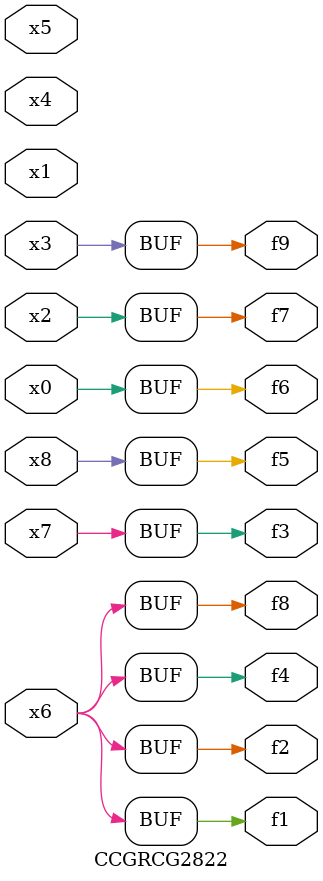
<source format=v>
module CCGRCG2822(
	input x0, x1, x2, x3, x4, x5, x6, x7, x8,
	output f1, f2, f3, f4, f5, f6, f7, f8, f9
);
	assign f1 = x6;
	assign f2 = x6;
	assign f3 = x7;
	assign f4 = x6;
	assign f5 = x8;
	assign f6 = x0;
	assign f7 = x2;
	assign f8 = x6;
	assign f9 = x3;
endmodule

</source>
